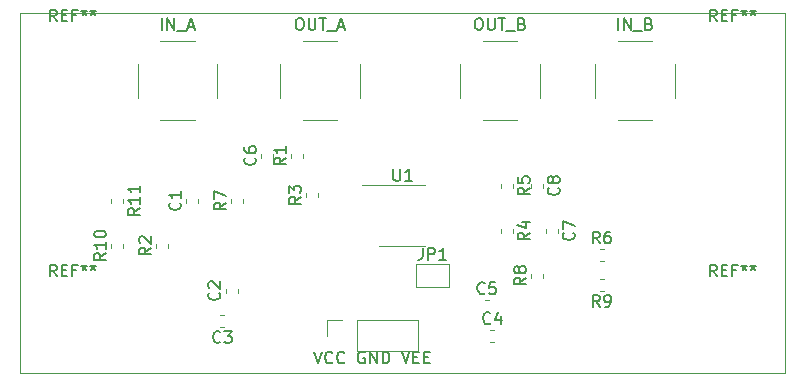
<source format=gbr>
G04 #@! TF.GenerationSoftware,KiCad,Pcbnew,(5.1.2)-2*
G04 #@! TF.CreationDate,2019-07-04T23:02:13+08:00*
G04 #@! TF.ProjectId,ADA4522,41444134-3532-4322-9e6b-696361645f70,rev?*
G04 #@! TF.SameCoordinates,Original*
G04 #@! TF.FileFunction,Legend,Top*
G04 #@! TF.FilePolarity,Positive*
%FSLAX46Y46*%
G04 Gerber Fmt 4.6, Leading zero omitted, Abs format (unit mm)*
G04 Created by KiCad (PCBNEW (5.1.2)-2) date 2019-07-04 23:02:13*
%MOMM*%
%LPD*%
G04 APERTURE LIST*
%ADD10C,0.120000*%
%ADD11C,0.150000*%
G04 APERTURE END LIST*
D10*
X114935000Y-66675000D02*
X114935000Y-67310000D01*
X115570000Y-66675000D02*
X114935000Y-66675000D01*
X179705000Y-66675000D02*
X179705000Y-67310000D01*
X179070000Y-66675000D02*
X179705000Y-66675000D01*
X179705000Y-97155000D02*
X179705000Y-96520000D01*
X179070000Y-97155000D02*
X179705000Y-97155000D01*
X114935000Y-97155000D02*
X114935000Y-96520000D01*
X115570000Y-97155000D02*
X114935000Y-97155000D01*
X179070000Y-66675000D02*
X115570000Y-66675000D01*
X179705000Y-96520000D02*
X179705000Y-67310000D01*
X115570000Y-97155000D02*
X179070000Y-97155000D01*
X114935000Y-67310000D02*
X114935000Y-96520000D01*
X165555000Y-69035000D02*
X168455000Y-69035000D01*
X165555000Y-75745000D02*
X168455000Y-75745000D01*
X170360000Y-70940000D02*
X170360000Y-73840000D01*
X163650000Y-70940000D02*
X163650000Y-73840000D01*
X148460000Y-87900000D02*
X151260000Y-87900000D01*
X151260000Y-87900000D02*
X151260000Y-89900000D01*
X151260000Y-89900000D02*
X148460000Y-89900000D01*
X148460000Y-89900000D02*
X148460000Y-87900000D01*
X130050000Y-82712779D02*
X130050000Y-82387221D01*
X129030000Y-82712779D02*
X129030000Y-82387221D01*
X133377500Y-90332779D02*
X133377500Y-90007221D01*
X132357500Y-90332779D02*
X132357500Y-90007221D01*
X132242779Y-93220000D02*
X131917221Y-93220000D01*
X132242779Y-92200000D02*
X131917221Y-92200000D01*
X154777221Y-94490000D02*
X155102779Y-94490000D01*
X154777221Y-93470000D02*
X155102779Y-93470000D01*
X154294721Y-90930000D02*
X154620279Y-90930000D01*
X154294721Y-91950000D02*
X154620279Y-91950000D01*
X135380000Y-78902779D02*
X135380000Y-78577221D01*
X136400000Y-78902779D02*
X136400000Y-78577221D01*
X159510000Y-84927221D02*
X159510000Y-85252779D01*
X160530000Y-84927221D02*
X160530000Y-85252779D01*
X159260000Y-81117221D02*
X159260000Y-81442779D01*
X158240000Y-81117221D02*
X158240000Y-81442779D01*
X126820000Y-69035000D02*
X129720000Y-69035000D01*
X126820000Y-75745000D02*
X129720000Y-75745000D01*
X131625000Y-70940000D02*
X131625000Y-73840000D01*
X124915000Y-70940000D02*
X124915000Y-73840000D01*
X136980000Y-70940000D02*
X136980000Y-73840000D01*
X143690000Y-70940000D02*
X143690000Y-73840000D01*
X138885000Y-75745000D02*
X141785000Y-75745000D01*
X138885000Y-69035000D02*
X141785000Y-69035000D01*
X143510000Y-95310000D02*
X143510000Y-92650000D01*
X143510000Y-95310000D02*
X148650000Y-95310000D01*
X148650000Y-95310000D02*
X148650000Y-92650000D01*
X143510000Y-92650000D02*
X148650000Y-92650000D01*
X140910000Y-92650000D02*
X142240000Y-92650000D01*
X140910000Y-93980000D02*
X140910000Y-92650000D01*
X152220000Y-70940000D02*
X152220000Y-73840000D01*
X158930000Y-70940000D02*
X158930000Y-73840000D01*
X154125000Y-75745000D02*
X157025000Y-75745000D01*
X154125000Y-69035000D02*
X157025000Y-69035000D01*
X138940000Y-78902779D02*
X138940000Y-78577221D01*
X137920000Y-78902779D02*
X137920000Y-78577221D01*
X126490000Y-86522779D02*
X126490000Y-86197221D01*
X127510000Y-86522779D02*
X127510000Y-86197221D01*
X140210000Y-82230279D02*
X140210000Y-81904721D01*
X139190000Y-82230279D02*
X139190000Y-81904721D01*
X156720000Y-84927221D02*
X156720000Y-85252779D01*
X155700000Y-84927221D02*
X155700000Y-85252779D01*
X155700000Y-81117221D02*
X155700000Y-81442779D01*
X156720000Y-81117221D02*
X156720000Y-81442779D01*
X164032222Y-87665001D02*
X164357780Y-87665001D01*
X164032222Y-86645001D02*
X164357780Y-86645001D01*
X132840000Y-82712779D02*
X132840000Y-82387221D01*
X133860000Y-82712779D02*
X133860000Y-82387221D01*
X158240000Y-89062779D02*
X158240000Y-88737221D01*
X159260000Y-89062779D02*
X159260000Y-88737221D01*
X164357780Y-89155001D02*
X164032222Y-89155001D01*
X164357780Y-90175001D02*
X164032222Y-90175001D01*
X122680000Y-86522779D02*
X122680000Y-86197221D01*
X123700000Y-86522779D02*
X123700000Y-86197221D01*
X123700000Y-82387221D02*
X123700000Y-82712779D01*
X122680000Y-82387221D02*
X122680000Y-82712779D01*
X147320000Y-86380000D02*
X149270000Y-86380000D01*
X147320000Y-86380000D02*
X145370000Y-86380000D01*
X147320000Y-81260000D02*
X149270000Y-81260000D01*
X147320000Y-81260000D02*
X143870000Y-81260000D01*
D11*
X173926666Y-88962380D02*
X173593333Y-88486190D01*
X173355238Y-88962380D02*
X173355238Y-87962380D01*
X173736190Y-87962380D01*
X173831428Y-88010000D01*
X173879047Y-88057619D01*
X173926666Y-88152857D01*
X173926666Y-88295714D01*
X173879047Y-88390952D01*
X173831428Y-88438571D01*
X173736190Y-88486190D01*
X173355238Y-88486190D01*
X174355238Y-88438571D02*
X174688571Y-88438571D01*
X174831428Y-88962380D02*
X174355238Y-88962380D01*
X174355238Y-87962380D01*
X174831428Y-87962380D01*
X175593333Y-88438571D02*
X175260000Y-88438571D01*
X175260000Y-88962380D02*
X175260000Y-87962380D01*
X175736190Y-87962380D01*
X176260000Y-87962380D02*
X176260000Y-88200476D01*
X176021904Y-88105238D02*
X176260000Y-88200476D01*
X176498095Y-88105238D01*
X176117142Y-88390952D02*
X176260000Y-88200476D01*
X176402857Y-88390952D01*
X177021904Y-87962380D02*
X177021904Y-88200476D01*
X176783809Y-88105238D02*
X177021904Y-88200476D01*
X177260000Y-88105238D01*
X176879047Y-88390952D02*
X177021904Y-88200476D01*
X177164761Y-88390952D01*
X118046666Y-88962380D02*
X117713333Y-88486190D01*
X117475238Y-88962380D02*
X117475238Y-87962380D01*
X117856190Y-87962380D01*
X117951428Y-88010000D01*
X117999047Y-88057619D01*
X118046666Y-88152857D01*
X118046666Y-88295714D01*
X117999047Y-88390952D01*
X117951428Y-88438571D01*
X117856190Y-88486190D01*
X117475238Y-88486190D01*
X118475238Y-88438571D02*
X118808571Y-88438571D01*
X118951428Y-88962380D02*
X118475238Y-88962380D01*
X118475238Y-87962380D01*
X118951428Y-87962380D01*
X119713333Y-88438571D02*
X119380000Y-88438571D01*
X119380000Y-88962380D02*
X119380000Y-87962380D01*
X119856190Y-87962380D01*
X120380000Y-87962380D02*
X120380000Y-88200476D01*
X120141904Y-88105238D02*
X120380000Y-88200476D01*
X120618095Y-88105238D01*
X120237142Y-88390952D02*
X120380000Y-88200476D01*
X120522857Y-88390952D01*
X121141904Y-87962380D02*
X121141904Y-88200476D01*
X120903809Y-88105238D02*
X121141904Y-88200476D01*
X121380000Y-88105238D01*
X120999047Y-88390952D02*
X121141904Y-88200476D01*
X121284761Y-88390952D01*
X173926666Y-67372380D02*
X173593333Y-66896190D01*
X173355238Y-67372380D02*
X173355238Y-66372380D01*
X173736190Y-66372380D01*
X173831428Y-66420000D01*
X173879047Y-66467619D01*
X173926666Y-66562857D01*
X173926666Y-66705714D01*
X173879047Y-66800952D01*
X173831428Y-66848571D01*
X173736190Y-66896190D01*
X173355238Y-66896190D01*
X174355238Y-66848571D02*
X174688571Y-66848571D01*
X174831428Y-67372380D02*
X174355238Y-67372380D01*
X174355238Y-66372380D01*
X174831428Y-66372380D01*
X175593333Y-66848571D02*
X175260000Y-66848571D01*
X175260000Y-67372380D02*
X175260000Y-66372380D01*
X175736190Y-66372380D01*
X176260000Y-66372380D02*
X176260000Y-66610476D01*
X176021904Y-66515238D02*
X176260000Y-66610476D01*
X176498095Y-66515238D01*
X176117142Y-66800952D02*
X176260000Y-66610476D01*
X176402857Y-66800952D01*
X177021904Y-66372380D02*
X177021904Y-66610476D01*
X176783809Y-66515238D02*
X177021904Y-66610476D01*
X177260000Y-66515238D01*
X176879047Y-66800952D02*
X177021904Y-66610476D01*
X177164761Y-66800952D01*
X118046666Y-67372380D02*
X117713333Y-66896190D01*
X117475238Y-67372380D02*
X117475238Y-66372380D01*
X117856190Y-66372380D01*
X117951428Y-66420000D01*
X117999047Y-66467619D01*
X118046666Y-66562857D01*
X118046666Y-66705714D01*
X117999047Y-66800952D01*
X117951428Y-66848571D01*
X117856190Y-66896190D01*
X117475238Y-66896190D01*
X118475238Y-66848571D02*
X118808571Y-66848571D01*
X118951428Y-67372380D02*
X118475238Y-67372380D01*
X118475238Y-66372380D01*
X118951428Y-66372380D01*
X119713333Y-66848571D02*
X119380000Y-66848571D01*
X119380000Y-67372380D02*
X119380000Y-66372380D01*
X119856190Y-66372380D01*
X120380000Y-66372380D02*
X120380000Y-66610476D01*
X120141904Y-66515238D02*
X120380000Y-66610476D01*
X120618095Y-66515238D01*
X120237142Y-66800952D02*
X120380000Y-66610476D01*
X120522857Y-66800952D01*
X121141904Y-66372380D02*
X121141904Y-66610476D01*
X120903809Y-66515238D02*
X121141904Y-66610476D01*
X121380000Y-66515238D01*
X120999047Y-66800952D02*
X121141904Y-66610476D01*
X121284761Y-66800952D01*
X165600238Y-68092380D02*
X165600238Y-67092380D01*
X166076428Y-68092380D02*
X166076428Y-67092380D01*
X166647857Y-68092380D01*
X166647857Y-67092380D01*
X166885952Y-68187619D02*
X167647857Y-68187619D01*
X168219285Y-67568571D02*
X168362142Y-67616190D01*
X168409761Y-67663809D01*
X168457380Y-67759047D01*
X168457380Y-67901904D01*
X168409761Y-67997142D01*
X168362142Y-68044761D01*
X168266904Y-68092380D01*
X167885952Y-68092380D01*
X167885952Y-67092380D01*
X168219285Y-67092380D01*
X168314523Y-67140000D01*
X168362142Y-67187619D01*
X168409761Y-67282857D01*
X168409761Y-67378095D01*
X168362142Y-67473333D01*
X168314523Y-67520952D01*
X168219285Y-67568571D01*
X167885952Y-67568571D01*
X149026666Y-86552380D02*
X149026666Y-87266666D01*
X148979047Y-87409523D01*
X148883809Y-87504761D01*
X148740952Y-87552380D01*
X148645714Y-87552380D01*
X149502857Y-87552380D02*
X149502857Y-86552380D01*
X149883809Y-86552380D01*
X149979047Y-86600000D01*
X150026666Y-86647619D01*
X150074285Y-86742857D01*
X150074285Y-86885714D01*
X150026666Y-86980952D01*
X149979047Y-87028571D01*
X149883809Y-87076190D01*
X149502857Y-87076190D01*
X151026666Y-87552380D02*
X150455238Y-87552380D01*
X150740952Y-87552380D02*
X150740952Y-86552380D01*
X150645714Y-86695238D01*
X150550476Y-86790476D01*
X150455238Y-86838095D01*
X128467142Y-82716666D02*
X128514761Y-82764285D01*
X128562380Y-82907142D01*
X128562380Y-83002380D01*
X128514761Y-83145238D01*
X128419523Y-83240476D01*
X128324285Y-83288095D01*
X128133809Y-83335714D01*
X127990952Y-83335714D01*
X127800476Y-83288095D01*
X127705238Y-83240476D01*
X127610000Y-83145238D01*
X127562380Y-83002380D01*
X127562380Y-82907142D01*
X127610000Y-82764285D01*
X127657619Y-82716666D01*
X128562380Y-81764285D02*
X128562380Y-82335714D01*
X128562380Y-82050000D02*
X127562380Y-82050000D01*
X127705238Y-82145238D01*
X127800476Y-82240476D01*
X127848095Y-82335714D01*
X131794642Y-90336666D02*
X131842261Y-90384285D01*
X131889880Y-90527142D01*
X131889880Y-90622380D01*
X131842261Y-90765238D01*
X131747023Y-90860476D01*
X131651785Y-90908095D01*
X131461309Y-90955714D01*
X131318452Y-90955714D01*
X131127976Y-90908095D01*
X131032738Y-90860476D01*
X130937500Y-90765238D01*
X130889880Y-90622380D01*
X130889880Y-90527142D01*
X130937500Y-90384285D01*
X130985119Y-90336666D01*
X130985119Y-89955714D02*
X130937500Y-89908095D01*
X130889880Y-89812857D01*
X130889880Y-89574761D01*
X130937500Y-89479523D01*
X130985119Y-89431904D01*
X131080357Y-89384285D01*
X131175595Y-89384285D01*
X131318452Y-89431904D01*
X131889880Y-90003333D01*
X131889880Y-89384285D01*
X131913333Y-94497142D02*
X131865714Y-94544761D01*
X131722857Y-94592380D01*
X131627619Y-94592380D01*
X131484761Y-94544761D01*
X131389523Y-94449523D01*
X131341904Y-94354285D01*
X131294285Y-94163809D01*
X131294285Y-94020952D01*
X131341904Y-93830476D01*
X131389523Y-93735238D01*
X131484761Y-93640000D01*
X131627619Y-93592380D01*
X131722857Y-93592380D01*
X131865714Y-93640000D01*
X131913333Y-93687619D01*
X132246666Y-93592380D02*
X132865714Y-93592380D01*
X132532380Y-93973333D01*
X132675238Y-93973333D01*
X132770476Y-94020952D01*
X132818095Y-94068571D01*
X132865714Y-94163809D01*
X132865714Y-94401904D01*
X132818095Y-94497142D01*
X132770476Y-94544761D01*
X132675238Y-94592380D01*
X132389523Y-94592380D01*
X132294285Y-94544761D01*
X132246666Y-94497142D01*
X154773333Y-92907142D02*
X154725714Y-92954761D01*
X154582857Y-93002380D01*
X154487619Y-93002380D01*
X154344761Y-92954761D01*
X154249523Y-92859523D01*
X154201904Y-92764285D01*
X154154285Y-92573809D01*
X154154285Y-92430952D01*
X154201904Y-92240476D01*
X154249523Y-92145238D01*
X154344761Y-92050000D01*
X154487619Y-92002380D01*
X154582857Y-92002380D01*
X154725714Y-92050000D01*
X154773333Y-92097619D01*
X155630476Y-92335714D02*
X155630476Y-93002380D01*
X155392380Y-91954761D02*
X155154285Y-92669047D01*
X155773333Y-92669047D01*
X154290833Y-90367142D02*
X154243214Y-90414761D01*
X154100357Y-90462380D01*
X154005119Y-90462380D01*
X153862261Y-90414761D01*
X153767023Y-90319523D01*
X153719404Y-90224285D01*
X153671785Y-90033809D01*
X153671785Y-89890952D01*
X153719404Y-89700476D01*
X153767023Y-89605238D01*
X153862261Y-89510000D01*
X154005119Y-89462380D01*
X154100357Y-89462380D01*
X154243214Y-89510000D01*
X154290833Y-89557619D01*
X155195595Y-89462380D02*
X154719404Y-89462380D01*
X154671785Y-89938571D01*
X154719404Y-89890952D01*
X154814642Y-89843333D01*
X155052738Y-89843333D01*
X155147976Y-89890952D01*
X155195595Y-89938571D01*
X155243214Y-90033809D01*
X155243214Y-90271904D01*
X155195595Y-90367142D01*
X155147976Y-90414761D01*
X155052738Y-90462380D01*
X154814642Y-90462380D01*
X154719404Y-90414761D01*
X154671785Y-90367142D01*
X134817142Y-78906666D02*
X134864761Y-78954285D01*
X134912380Y-79097142D01*
X134912380Y-79192380D01*
X134864761Y-79335238D01*
X134769523Y-79430476D01*
X134674285Y-79478095D01*
X134483809Y-79525714D01*
X134340952Y-79525714D01*
X134150476Y-79478095D01*
X134055238Y-79430476D01*
X133960000Y-79335238D01*
X133912380Y-79192380D01*
X133912380Y-79097142D01*
X133960000Y-78954285D01*
X134007619Y-78906666D01*
X133912380Y-78049523D02*
X133912380Y-78240000D01*
X133960000Y-78335238D01*
X134007619Y-78382857D01*
X134150476Y-78478095D01*
X134340952Y-78525714D01*
X134721904Y-78525714D01*
X134817142Y-78478095D01*
X134864761Y-78430476D01*
X134912380Y-78335238D01*
X134912380Y-78144761D01*
X134864761Y-78049523D01*
X134817142Y-78001904D01*
X134721904Y-77954285D01*
X134483809Y-77954285D01*
X134388571Y-78001904D01*
X134340952Y-78049523D01*
X134293333Y-78144761D01*
X134293333Y-78335238D01*
X134340952Y-78430476D01*
X134388571Y-78478095D01*
X134483809Y-78525714D01*
X161807142Y-85256666D02*
X161854761Y-85304285D01*
X161902380Y-85447142D01*
X161902380Y-85542380D01*
X161854761Y-85685238D01*
X161759523Y-85780476D01*
X161664285Y-85828095D01*
X161473809Y-85875714D01*
X161330952Y-85875714D01*
X161140476Y-85828095D01*
X161045238Y-85780476D01*
X160950000Y-85685238D01*
X160902380Y-85542380D01*
X160902380Y-85447142D01*
X160950000Y-85304285D01*
X160997619Y-85256666D01*
X160902380Y-84923333D02*
X160902380Y-84256666D01*
X161902380Y-84685238D01*
X160537142Y-81446666D02*
X160584761Y-81494285D01*
X160632380Y-81637142D01*
X160632380Y-81732380D01*
X160584761Y-81875238D01*
X160489523Y-81970476D01*
X160394285Y-82018095D01*
X160203809Y-82065714D01*
X160060952Y-82065714D01*
X159870476Y-82018095D01*
X159775238Y-81970476D01*
X159680000Y-81875238D01*
X159632380Y-81732380D01*
X159632380Y-81637142D01*
X159680000Y-81494285D01*
X159727619Y-81446666D01*
X160060952Y-80875238D02*
X160013333Y-80970476D01*
X159965714Y-81018095D01*
X159870476Y-81065714D01*
X159822857Y-81065714D01*
X159727619Y-81018095D01*
X159680000Y-80970476D01*
X159632380Y-80875238D01*
X159632380Y-80684761D01*
X159680000Y-80589523D01*
X159727619Y-80541904D01*
X159822857Y-80494285D01*
X159870476Y-80494285D01*
X159965714Y-80541904D01*
X160013333Y-80589523D01*
X160060952Y-80684761D01*
X160060952Y-80875238D01*
X160108571Y-80970476D01*
X160156190Y-81018095D01*
X160251428Y-81065714D01*
X160441904Y-81065714D01*
X160537142Y-81018095D01*
X160584761Y-80970476D01*
X160632380Y-80875238D01*
X160632380Y-80684761D01*
X160584761Y-80589523D01*
X160537142Y-80541904D01*
X160441904Y-80494285D01*
X160251428Y-80494285D01*
X160156190Y-80541904D01*
X160108571Y-80589523D01*
X160060952Y-80684761D01*
X126936666Y-68092380D02*
X126936666Y-67092380D01*
X127412857Y-68092380D02*
X127412857Y-67092380D01*
X127984285Y-68092380D01*
X127984285Y-67092380D01*
X128222380Y-68187619D02*
X128984285Y-68187619D01*
X129174761Y-67806666D02*
X129650952Y-67806666D01*
X129079523Y-68092380D02*
X129412857Y-67092380D01*
X129746190Y-68092380D01*
X138525476Y-67092380D02*
X138715952Y-67092380D01*
X138811190Y-67140000D01*
X138906428Y-67235238D01*
X138954047Y-67425714D01*
X138954047Y-67759047D01*
X138906428Y-67949523D01*
X138811190Y-68044761D01*
X138715952Y-68092380D01*
X138525476Y-68092380D01*
X138430238Y-68044761D01*
X138335000Y-67949523D01*
X138287380Y-67759047D01*
X138287380Y-67425714D01*
X138335000Y-67235238D01*
X138430238Y-67140000D01*
X138525476Y-67092380D01*
X139382619Y-67092380D02*
X139382619Y-67901904D01*
X139430238Y-67997142D01*
X139477857Y-68044761D01*
X139573095Y-68092380D01*
X139763571Y-68092380D01*
X139858809Y-68044761D01*
X139906428Y-67997142D01*
X139954047Y-67901904D01*
X139954047Y-67092380D01*
X140287380Y-67092380D02*
X140858809Y-67092380D01*
X140573095Y-68092380D02*
X140573095Y-67092380D01*
X140954047Y-68187619D02*
X141715952Y-68187619D01*
X141906428Y-67806666D02*
X142382619Y-67806666D01*
X141811190Y-68092380D02*
X142144523Y-67092380D01*
X142477857Y-68092380D01*
X139827619Y-95337380D02*
X140160952Y-96337380D01*
X140494285Y-95337380D01*
X141399047Y-96242142D02*
X141351428Y-96289761D01*
X141208571Y-96337380D01*
X141113333Y-96337380D01*
X140970476Y-96289761D01*
X140875238Y-96194523D01*
X140827619Y-96099285D01*
X140780000Y-95908809D01*
X140780000Y-95765952D01*
X140827619Y-95575476D01*
X140875238Y-95480238D01*
X140970476Y-95385000D01*
X141113333Y-95337380D01*
X141208571Y-95337380D01*
X141351428Y-95385000D01*
X141399047Y-95432619D01*
X142399047Y-96242142D02*
X142351428Y-96289761D01*
X142208571Y-96337380D01*
X142113333Y-96337380D01*
X141970476Y-96289761D01*
X141875238Y-96194523D01*
X141827619Y-96099285D01*
X141780000Y-95908809D01*
X141780000Y-95765952D01*
X141827619Y-95575476D01*
X141875238Y-95480238D01*
X141970476Y-95385000D01*
X142113333Y-95337380D01*
X142208571Y-95337380D01*
X142351428Y-95385000D01*
X142399047Y-95432619D01*
X144113333Y-95385000D02*
X144018095Y-95337380D01*
X143875238Y-95337380D01*
X143732380Y-95385000D01*
X143637142Y-95480238D01*
X143589523Y-95575476D01*
X143541904Y-95765952D01*
X143541904Y-95908809D01*
X143589523Y-96099285D01*
X143637142Y-96194523D01*
X143732380Y-96289761D01*
X143875238Y-96337380D01*
X143970476Y-96337380D01*
X144113333Y-96289761D01*
X144160952Y-96242142D01*
X144160952Y-95908809D01*
X143970476Y-95908809D01*
X144589523Y-96337380D02*
X144589523Y-95337380D01*
X145160952Y-96337380D01*
X145160952Y-95337380D01*
X145637142Y-96337380D02*
X145637142Y-95337380D01*
X145875238Y-95337380D01*
X146018095Y-95385000D01*
X146113333Y-95480238D01*
X146160952Y-95575476D01*
X146208571Y-95765952D01*
X146208571Y-95908809D01*
X146160952Y-96099285D01*
X146113333Y-96194523D01*
X146018095Y-96289761D01*
X145875238Y-96337380D01*
X145637142Y-96337380D01*
X147256190Y-95337380D02*
X147589523Y-96337380D01*
X147922857Y-95337380D01*
X148256190Y-95813571D02*
X148589523Y-95813571D01*
X148732380Y-96337380D02*
X148256190Y-96337380D01*
X148256190Y-95337380D01*
X148732380Y-95337380D01*
X149160952Y-95813571D02*
X149494285Y-95813571D01*
X149637142Y-96337380D02*
X149160952Y-96337380D01*
X149160952Y-95337380D01*
X149637142Y-95337380D01*
X153694047Y-67092380D02*
X153884523Y-67092380D01*
X153979761Y-67140000D01*
X154075000Y-67235238D01*
X154122619Y-67425714D01*
X154122619Y-67759047D01*
X154075000Y-67949523D01*
X153979761Y-68044761D01*
X153884523Y-68092380D01*
X153694047Y-68092380D01*
X153598809Y-68044761D01*
X153503571Y-67949523D01*
X153455952Y-67759047D01*
X153455952Y-67425714D01*
X153503571Y-67235238D01*
X153598809Y-67140000D01*
X153694047Y-67092380D01*
X154551190Y-67092380D02*
X154551190Y-67901904D01*
X154598809Y-67997142D01*
X154646428Y-68044761D01*
X154741666Y-68092380D01*
X154932142Y-68092380D01*
X155027380Y-68044761D01*
X155075000Y-67997142D01*
X155122619Y-67901904D01*
X155122619Y-67092380D01*
X155455952Y-67092380D02*
X156027380Y-67092380D01*
X155741666Y-68092380D02*
X155741666Y-67092380D01*
X156122619Y-68187619D02*
X156884523Y-68187619D01*
X157455952Y-67568571D02*
X157598809Y-67616190D01*
X157646428Y-67663809D01*
X157694047Y-67759047D01*
X157694047Y-67901904D01*
X157646428Y-67997142D01*
X157598809Y-68044761D01*
X157503571Y-68092380D01*
X157122619Y-68092380D01*
X157122619Y-67092380D01*
X157455952Y-67092380D01*
X157551190Y-67140000D01*
X157598809Y-67187619D01*
X157646428Y-67282857D01*
X157646428Y-67378095D01*
X157598809Y-67473333D01*
X157551190Y-67520952D01*
X157455952Y-67568571D01*
X157122619Y-67568571D01*
X137452380Y-78906666D02*
X136976190Y-79240000D01*
X137452380Y-79478095D02*
X136452380Y-79478095D01*
X136452380Y-79097142D01*
X136500000Y-79001904D01*
X136547619Y-78954285D01*
X136642857Y-78906666D01*
X136785714Y-78906666D01*
X136880952Y-78954285D01*
X136928571Y-79001904D01*
X136976190Y-79097142D01*
X136976190Y-79478095D01*
X137452380Y-77954285D02*
X137452380Y-78525714D01*
X137452380Y-78240000D02*
X136452380Y-78240000D01*
X136595238Y-78335238D01*
X136690476Y-78430476D01*
X136738095Y-78525714D01*
X126022380Y-86526666D02*
X125546190Y-86860000D01*
X126022380Y-87098095D02*
X125022380Y-87098095D01*
X125022380Y-86717142D01*
X125070000Y-86621904D01*
X125117619Y-86574285D01*
X125212857Y-86526666D01*
X125355714Y-86526666D01*
X125450952Y-86574285D01*
X125498571Y-86621904D01*
X125546190Y-86717142D01*
X125546190Y-87098095D01*
X125117619Y-86145714D02*
X125070000Y-86098095D01*
X125022380Y-86002857D01*
X125022380Y-85764761D01*
X125070000Y-85669523D01*
X125117619Y-85621904D01*
X125212857Y-85574285D01*
X125308095Y-85574285D01*
X125450952Y-85621904D01*
X126022380Y-86193333D01*
X126022380Y-85574285D01*
X138722380Y-82234166D02*
X138246190Y-82567500D01*
X138722380Y-82805595D02*
X137722380Y-82805595D01*
X137722380Y-82424642D01*
X137770000Y-82329404D01*
X137817619Y-82281785D01*
X137912857Y-82234166D01*
X138055714Y-82234166D01*
X138150952Y-82281785D01*
X138198571Y-82329404D01*
X138246190Y-82424642D01*
X138246190Y-82805595D01*
X137722380Y-81900833D02*
X137722380Y-81281785D01*
X138103333Y-81615119D01*
X138103333Y-81472261D01*
X138150952Y-81377023D01*
X138198571Y-81329404D01*
X138293809Y-81281785D01*
X138531904Y-81281785D01*
X138627142Y-81329404D01*
X138674761Y-81377023D01*
X138722380Y-81472261D01*
X138722380Y-81757976D01*
X138674761Y-81853214D01*
X138627142Y-81900833D01*
X158092380Y-85256666D02*
X157616190Y-85590000D01*
X158092380Y-85828095D02*
X157092380Y-85828095D01*
X157092380Y-85447142D01*
X157140000Y-85351904D01*
X157187619Y-85304285D01*
X157282857Y-85256666D01*
X157425714Y-85256666D01*
X157520952Y-85304285D01*
X157568571Y-85351904D01*
X157616190Y-85447142D01*
X157616190Y-85828095D01*
X157425714Y-84399523D02*
X158092380Y-84399523D01*
X157044761Y-84637619D02*
X157759047Y-84875714D01*
X157759047Y-84256666D01*
X158092380Y-81446666D02*
X157616190Y-81780000D01*
X158092380Y-82018095D02*
X157092380Y-82018095D01*
X157092380Y-81637142D01*
X157140000Y-81541904D01*
X157187619Y-81494285D01*
X157282857Y-81446666D01*
X157425714Y-81446666D01*
X157520952Y-81494285D01*
X157568571Y-81541904D01*
X157616190Y-81637142D01*
X157616190Y-82018095D01*
X157092380Y-80541904D02*
X157092380Y-81018095D01*
X157568571Y-81065714D01*
X157520952Y-81018095D01*
X157473333Y-80922857D01*
X157473333Y-80684761D01*
X157520952Y-80589523D01*
X157568571Y-80541904D01*
X157663809Y-80494285D01*
X157901904Y-80494285D01*
X157997142Y-80541904D01*
X158044761Y-80589523D01*
X158092380Y-80684761D01*
X158092380Y-80922857D01*
X158044761Y-81018095D01*
X157997142Y-81065714D01*
X164028334Y-86177381D02*
X163695001Y-85701191D01*
X163456905Y-86177381D02*
X163456905Y-85177381D01*
X163837858Y-85177381D01*
X163933096Y-85225001D01*
X163980715Y-85272620D01*
X164028334Y-85367858D01*
X164028334Y-85510715D01*
X163980715Y-85605953D01*
X163933096Y-85653572D01*
X163837858Y-85701191D01*
X163456905Y-85701191D01*
X164885477Y-85177381D02*
X164695001Y-85177381D01*
X164599762Y-85225001D01*
X164552143Y-85272620D01*
X164456905Y-85415477D01*
X164409286Y-85605953D01*
X164409286Y-85986905D01*
X164456905Y-86082143D01*
X164504524Y-86129762D01*
X164599762Y-86177381D01*
X164790239Y-86177381D01*
X164885477Y-86129762D01*
X164933096Y-86082143D01*
X164980715Y-85986905D01*
X164980715Y-85748810D01*
X164933096Y-85653572D01*
X164885477Y-85605953D01*
X164790239Y-85558334D01*
X164599762Y-85558334D01*
X164504524Y-85605953D01*
X164456905Y-85653572D01*
X164409286Y-85748810D01*
X132372380Y-82716666D02*
X131896190Y-83050000D01*
X132372380Y-83288095D02*
X131372380Y-83288095D01*
X131372380Y-82907142D01*
X131420000Y-82811904D01*
X131467619Y-82764285D01*
X131562857Y-82716666D01*
X131705714Y-82716666D01*
X131800952Y-82764285D01*
X131848571Y-82811904D01*
X131896190Y-82907142D01*
X131896190Y-83288095D01*
X131372380Y-82383333D02*
X131372380Y-81716666D01*
X132372380Y-82145238D01*
X157772380Y-89066666D02*
X157296190Y-89400000D01*
X157772380Y-89638095D02*
X156772380Y-89638095D01*
X156772380Y-89257142D01*
X156820000Y-89161904D01*
X156867619Y-89114285D01*
X156962857Y-89066666D01*
X157105714Y-89066666D01*
X157200952Y-89114285D01*
X157248571Y-89161904D01*
X157296190Y-89257142D01*
X157296190Y-89638095D01*
X157200952Y-88495238D02*
X157153333Y-88590476D01*
X157105714Y-88638095D01*
X157010476Y-88685714D01*
X156962857Y-88685714D01*
X156867619Y-88638095D01*
X156820000Y-88590476D01*
X156772380Y-88495238D01*
X156772380Y-88304761D01*
X156820000Y-88209523D01*
X156867619Y-88161904D01*
X156962857Y-88114285D01*
X157010476Y-88114285D01*
X157105714Y-88161904D01*
X157153333Y-88209523D01*
X157200952Y-88304761D01*
X157200952Y-88495238D01*
X157248571Y-88590476D01*
X157296190Y-88638095D01*
X157391428Y-88685714D01*
X157581904Y-88685714D01*
X157677142Y-88638095D01*
X157724761Y-88590476D01*
X157772380Y-88495238D01*
X157772380Y-88304761D01*
X157724761Y-88209523D01*
X157677142Y-88161904D01*
X157581904Y-88114285D01*
X157391428Y-88114285D01*
X157296190Y-88161904D01*
X157248571Y-88209523D01*
X157200952Y-88304761D01*
X164028334Y-91547381D02*
X163695001Y-91071191D01*
X163456905Y-91547381D02*
X163456905Y-90547381D01*
X163837858Y-90547381D01*
X163933096Y-90595001D01*
X163980715Y-90642620D01*
X164028334Y-90737858D01*
X164028334Y-90880715D01*
X163980715Y-90975953D01*
X163933096Y-91023572D01*
X163837858Y-91071191D01*
X163456905Y-91071191D01*
X164504524Y-91547381D02*
X164695001Y-91547381D01*
X164790239Y-91499762D01*
X164837858Y-91452143D01*
X164933096Y-91309286D01*
X164980715Y-91118810D01*
X164980715Y-90737858D01*
X164933096Y-90642620D01*
X164885477Y-90595001D01*
X164790239Y-90547381D01*
X164599762Y-90547381D01*
X164504524Y-90595001D01*
X164456905Y-90642620D01*
X164409286Y-90737858D01*
X164409286Y-90975953D01*
X164456905Y-91071191D01*
X164504524Y-91118810D01*
X164599762Y-91166429D01*
X164790239Y-91166429D01*
X164885477Y-91118810D01*
X164933096Y-91071191D01*
X164980715Y-90975953D01*
X122212380Y-87002857D02*
X121736190Y-87336190D01*
X122212380Y-87574285D02*
X121212380Y-87574285D01*
X121212380Y-87193333D01*
X121260000Y-87098095D01*
X121307619Y-87050476D01*
X121402857Y-87002857D01*
X121545714Y-87002857D01*
X121640952Y-87050476D01*
X121688571Y-87098095D01*
X121736190Y-87193333D01*
X121736190Y-87574285D01*
X122212380Y-86050476D02*
X122212380Y-86621904D01*
X122212380Y-86336190D02*
X121212380Y-86336190D01*
X121355238Y-86431428D01*
X121450476Y-86526666D01*
X121498095Y-86621904D01*
X121212380Y-85431428D02*
X121212380Y-85336190D01*
X121260000Y-85240952D01*
X121307619Y-85193333D01*
X121402857Y-85145714D01*
X121593333Y-85098095D01*
X121831428Y-85098095D01*
X122021904Y-85145714D01*
X122117142Y-85193333D01*
X122164761Y-85240952D01*
X122212380Y-85336190D01*
X122212380Y-85431428D01*
X122164761Y-85526666D01*
X122117142Y-85574285D01*
X122021904Y-85621904D01*
X121831428Y-85669523D01*
X121593333Y-85669523D01*
X121402857Y-85621904D01*
X121307619Y-85574285D01*
X121260000Y-85526666D01*
X121212380Y-85431428D01*
X125072380Y-83192857D02*
X124596190Y-83526190D01*
X125072380Y-83764285D02*
X124072380Y-83764285D01*
X124072380Y-83383333D01*
X124120000Y-83288095D01*
X124167619Y-83240476D01*
X124262857Y-83192857D01*
X124405714Y-83192857D01*
X124500952Y-83240476D01*
X124548571Y-83288095D01*
X124596190Y-83383333D01*
X124596190Y-83764285D01*
X125072380Y-82240476D02*
X125072380Y-82811904D01*
X125072380Y-82526190D02*
X124072380Y-82526190D01*
X124215238Y-82621428D01*
X124310476Y-82716666D01*
X124358095Y-82811904D01*
X125072380Y-81288095D02*
X125072380Y-81859523D01*
X125072380Y-81573809D02*
X124072380Y-81573809D01*
X124215238Y-81669047D01*
X124310476Y-81764285D01*
X124358095Y-81859523D01*
X146558095Y-79872380D02*
X146558095Y-80681904D01*
X146605714Y-80777142D01*
X146653333Y-80824761D01*
X146748571Y-80872380D01*
X146939047Y-80872380D01*
X147034285Y-80824761D01*
X147081904Y-80777142D01*
X147129523Y-80681904D01*
X147129523Y-79872380D01*
X148129523Y-80872380D02*
X147558095Y-80872380D01*
X147843809Y-80872380D02*
X147843809Y-79872380D01*
X147748571Y-80015238D01*
X147653333Y-80110476D01*
X147558095Y-80158095D01*
M02*

</source>
